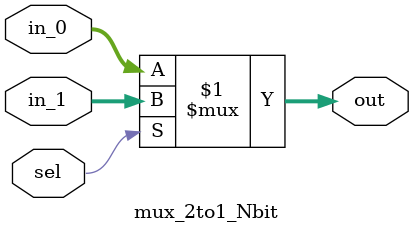
<source format=sv>
module BarrelShifter(In, ShiftAmount, ShiftIn, Out);
	parameter N = 16;
    input [N-1:0] In;
    input [$clog2(N)-1:0] ShiftAmount; 
    input ShiftIn;
    output reg [N-1:0] Out;

wire [N-1:0] shift[$clog2(N):0];

assign shift[$clog2(N)] = In;

genvar i;
generate
    for (i = ($clog2(N))-1 ; i >= 0 ; i=i-1) begin
        mux_2to1_Nbit #(N) mux (
            .in_0(shift[i+1]),
            .in_1(shift[i+1] << 2**i | {2**i{ShiftIn}}),
            .sel(ShiftAmount[i]),
            .out(shift[i])
        );
    end
endgenerate


assign Out = shift[0]; 

endmodule


module mux_2to1_Nbit (in_0, in_1, sel, out);
	parameter N = 16;
    input [N-1:0] in_0;
    input [N-1:0] in_1;
    input sel;
    output [N-1:0] out;

assign out = sel ? in_1 : in_0;

endmodule

</source>
